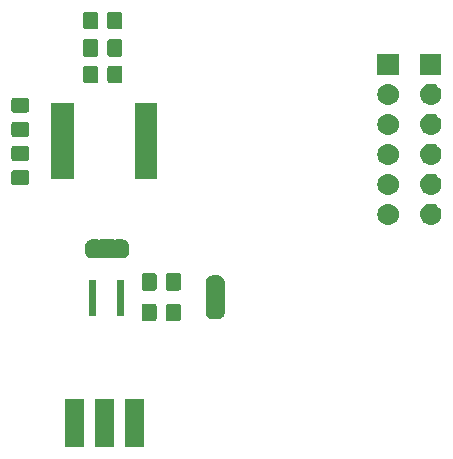
<source format=gts>
G04 #@! TF.GenerationSoftware,KiCad,Pcbnew,(5.1.4)-1*
G04 #@! TF.CreationDate,2019-11-25T22:35:39+01:00*
G04 #@! TF.ProjectId,BME680,424d4536-3830-42e6-9b69-6361645f7063,A*
G04 #@! TF.SameCoordinates,Original*
G04 #@! TF.FileFunction,Soldermask,Top*
G04 #@! TF.FilePolarity,Negative*
%FSLAX46Y46*%
G04 Gerber Fmt 4.6, Leading zero omitted, Abs format (unit mm)*
G04 Created by KiCad (PCBNEW (5.1.4)-1) date 2019-11-25 22:35:39*
%MOMM*%
%LPD*%
G04 APERTURE LIST*
%ADD10C,0.100000*%
G04 APERTURE END LIST*
D10*
G36*
X120773000Y-141219000D02*
G01*
X119147000Y-141219000D01*
X119147000Y-137117000D01*
X120773000Y-137117000D01*
X120773000Y-141219000D01*
X120773000Y-141219000D01*
G37*
G36*
X123313000Y-141219000D02*
G01*
X121687000Y-141219000D01*
X121687000Y-137117000D01*
X123313000Y-137117000D01*
X123313000Y-141219000D01*
X123313000Y-141219000D01*
G37*
G36*
X125853000Y-141219000D02*
G01*
X124227000Y-141219000D01*
X124227000Y-137117000D01*
X125853000Y-137117000D01*
X125853000Y-141219000D01*
X125853000Y-141219000D01*
G37*
G36*
X128763674Y-129043865D02*
G01*
X128801367Y-129055299D01*
X128836103Y-129073866D01*
X128866548Y-129098852D01*
X128891534Y-129129297D01*
X128910101Y-129164033D01*
X128921535Y-129201726D01*
X128926000Y-129247061D01*
X128926000Y-130333739D01*
X128921535Y-130379074D01*
X128910101Y-130416767D01*
X128891534Y-130451503D01*
X128866548Y-130481948D01*
X128836103Y-130506934D01*
X128801367Y-130525501D01*
X128763674Y-130536935D01*
X128718339Y-130541400D01*
X127881661Y-130541400D01*
X127836326Y-130536935D01*
X127798633Y-130525501D01*
X127763897Y-130506934D01*
X127733452Y-130481948D01*
X127708466Y-130451503D01*
X127689899Y-130416767D01*
X127678465Y-130379074D01*
X127674000Y-130333739D01*
X127674000Y-129247061D01*
X127678465Y-129201726D01*
X127689899Y-129164033D01*
X127708466Y-129129297D01*
X127733452Y-129098852D01*
X127763897Y-129073866D01*
X127798633Y-129055299D01*
X127836326Y-129043865D01*
X127881661Y-129039400D01*
X128718339Y-129039400D01*
X128763674Y-129043865D01*
X128763674Y-129043865D01*
G37*
G36*
X126713674Y-129043865D02*
G01*
X126751367Y-129055299D01*
X126786103Y-129073866D01*
X126816548Y-129098852D01*
X126841534Y-129129297D01*
X126860101Y-129164033D01*
X126871535Y-129201726D01*
X126876000Y-129247061D01*
X126876000Y-130333739D01*
X126871535Y-130379074D01*
X126860101Y-130416767D01*
X126841534Y-130451503D01*
X126816548Y-130481948D01*
X126786103Y-130506934D01*
X126751367Y-130525501D01*
X126713674Y-130536935D01*
X126668339Y-130541400D01*
X125831661Y-130541400D01*
X125786326Y-130536935D01*
X125748633Y-130525501D01*
X125713897Y-130506934D01*
X125683452Y-130481948D01*
X125658466Y-130451503D01*
X125639899Y-130416767D01*
X125628465Y-130379074D01*
X125624000Y-130333739D01*
X125624000Y-129247061D01*
X125628465Y-129201726D01*
X125639899Y-129164033D01*
X125658466Y-129129297D01*
X125683452Y-129098852D01*
X125713897Y-129073866D01*
X125748633Y-129055299D01*
X125786326Y-129043865D01*
X125831661Y-129039400D01*
X126668339Y-129039400D01*
X126713674Y-129043865D01*
X126713674Y-129043865D01*
G37*
G36*
X132112199Y-126640354D02*
G01*
X132124450Y-126640956D01*
X132142869Y-126640956D01*
X132165149Y-126643150D01*
X132249233Y-126659876D01*
X132270660Y-126666376D01*
X132349858Y-126699180D01*
X132355303Y-126702091D01*
X132355309Y-126702093D01*
X132364169Y-126706829D01*
X132364173Y-126706832D01*
X132369614Y-126709740D01*
X132440899Y-126757371D01*
X132458204Y-126771572D01*
X132518828Y-126832196D01*
X132533029Y-126849501D01*
X132580660Y-126920786D01*
X132583568Y-126926227D01*
X132583571Y-126926231D01*
X132588307Y-126935091D01*
X132588309Y-126935097D01*
X132591220Y-126940542D01*
X132624024Y-127019740D01*
X132630524Y-127041167D01*
X132647250Y-127125251D01*
X132649444Y-127147531D01*
X132649444Y-127165950D01*
X132650046Y-127178201D01*
X132651852Y-127196539D01*
X132651852Y-127734260D01*
X132650263Y-127750399D01*
X132645855Y-127764928D01*
X132640394Y-127778111D01*
X132635612Y-127802145D01*
X132635611Y-127826649D01*
X132640391Y-127850682D01*
X132649768Y-127873321D01*
X132651000Y-127875165D01*
X132651000Y-129106450D01*
X132644525Y-129118564D01*
X132637412Y-129142013D01*
X132635010Y-129166399D01*
X132637412Y-129190785D01*
X132644525Y-129214234D01*
X132646848Y-129219146D01*
X132650263Y-129230401D01*
X132651852Y-129246540D01*
X132651852Y-129784262D01*
X132650046Y-129802599D01*
X132649444Y-129814850D01*
X132649444Y-129833269D01*
X132647250Y-129855549D01*
X132630524Y-129939633D01*
X132624024Y-129961060D01*
X132591220Y-130040258D01*
X132588309Y-130045703D01*
X132588307Y-130045709D01*
X132583571Y-130054569D01*
X132583568Y-130054573D01*
X132580660Y-130060014D01*
X132533029Y-130131299D01*
X132518828Y-130148604D01*
X132458204Y-130209228D01*
X132440899Y-130223429D01*
X132369614Y-130271060D01*
X132364173Y-130273968D01*
X132364169Y-130273971D01*
X132355309Y-130278707D01*
X132355303Y-130278709D01*
X132349858Y-130281620D01*
X132270660Y-130314424D01*
X132249233Y-130320924D01*
X132165149Y-130337650D01*
X132142869Y-130339844D01*
X132124450Y-130339844D01*
X132112199Y-130340446D01*
X132093862Y-130342252D01*
X131606138Y-130342252D01*
X131587801Y-130340446D01*
X131575550Y-130339844D01*
X131557131Y-130339844D01*
X131534851Y-130337650D01*
X131450767Y-130320924D01*
X131429340Y-130314424D01*
X131350142Y-130281620D01*
X131344697Y-130278709D01*
X131344691Y-130278707D01*
X131335831Y-130273971D01*
X131335827Y-130273968D01*
X131330386Y-130271060D01*
X131259101Y-130223429D01*
X131241796Y-130209228D01*
X131181172Y-130148604D01*
X131166971Y-130131299D01*
X131119340Y-130060014D01*
X131116432Y-130054573D01*
X131116429Y-130054569D01*
X131111693Y-130045709D01*
X131111691Y-130045703D01*
X131108780Y-130040258D01*
X131075976Y-129961060D01*
X131069476Y-129939633D01*
X131052750Y-129855549D01*
X131050556Y-129833269D01*
X131050556Y-129814850D01*
X131049954Y-129802599D01*
X131048148Y-129784262D01*
X131048148Y-129246540D01*
X131049737Y-129230401D01*
X131054145Y-129215872D01*
X131059606Y-129202689D01*
X131064388Y-129178655D01*
X131064389Y-129154151D01*
X131059609Y-129130118D01*
X131050232Y-129107479D01*
X131049000Y-129105635D01*
X131049000Y-127874350D01*
X131055475Y-127862236D01*
X131062588Y-127838787D01*
X131064990Y-127814401D01*
X131062588Y-127790015D01*
X131055475Y-127766566D01*
X131053152Y-127761654D01*
X131049737Y-127750399D01*
X131048148Y-127734260D01*
X131048148Y-127196539D01*
X131049954Y-127178201D01*
X131050556Y-127165950D01*
X131050556Y-127147531D01*
X131052750Y-127125251D01*
X131069476Y-127041167D01*
X131075976Y-127019740D01*
X131108780Y-126940542D01*
X131111691Y-126935097D01*
X131111693Y-126935091D01*
X131116429Y-126926231D01*
X131116432Y-126926227D01*
X131119340Y-126920786D01*
X131166971Y-126849501D01*
X131181172Y-126832196D01*
X131241796Y-126771572D01*
X131259101Y-126757371D01*
X131330386Y-126709740D01*
X131335827Y-126706832D01*
X131335831Y-126706829D01*
X131344691Y-126702093D01*
X131344697Y-126702091D01*
X131350142Y-126699180D01*
X131429340Y-126666376D01*
X131450767Y-126659876D01*
X131534851Y-126643150D01*
X131557131Y-126640956D01*
X131575550Y-126640956D01*
X131587801Y-126640354D01*
X131606139Y-126638548D01*
X132093861Y-126638548D01*
X132112199Y-126640354D01*
X132112199Y-126640354D01*
G37*
G36*
X124151000Y-130079000D02*
G01*
X123549000Y-130079000D01*
X123549000Y-127057000D01*
X124151000Y-127057000D01*
X124151000Y-130079000D01*
X124151000Y-130079000D01*
G37*
G36*
X121751000Y-130079000D02*
G01*
X121149000Y-130079000D01*
X121149000Y-127077000D01*
X121751000Y-127077000D01*
X121751000Y-130079000D01*
X121751000Y-130079000D01*
G37*
G36*
X126713674Y-126445865D02*
G01*
X126751367Y-126457299D01*
X126786103Y-126475866D01*
X126816548Y-126500852D01*
X126841534Y-126531297D01*
X126860101Y-126566033D01*
X126871535Y-126603726D01*
X126876000Y-126649061D01*
X126876000Y-127735739D01*
X126871535Y-127781074D01*
X126860101Y-127818767D01*
X126841534Y-127853503D01*
X126816548Y-127883948D01*
X126786103Y-127908934D01*
X126751367Y-127927501D01*
X126713674Y-127938935D01*
X126668339Y-127943400D01*
X125831661Y-127943400D01*
X125786326Y-127938935D01*
X125748633Y-127927501D01*
X125713897Y-127908934D01*
X125683452Y-127883948D01*
X125658466Y-127853503D01*
X125639899Y-127818767D01*
X125628465Y-127781074D01*
X125624000Y-127735739D01*
X125624000Y-126649061D01*
X125628465Y-126603726D01*
X125639899Y-126566033D01*
X125658466Y-126531297D01*
X125683452Y-126500852D01*
X125713897Y-126475866D01*
X125748633Y-126457299D01*
X125786326Y-126445865D01*
X125831661Y-126441400D01*
X126668339Y-126441400D01*
X126713674Y-126445865D01*
X126713674Y-126445865D01*
G37*
G36*
X128763674Y-126445865D02*
G01*
X128801367Y-126457299D01*
X128836103Y-126475866D01*
X128866548Y-126500852D01*
X128891534Y-126531297D01*
X128910101Y-126566033D01*
X128921535Y-126603726D01*
X128926000Y-126649061D01*
X128926000Y-127735739D01*
X128921535Y-127781074D01*
X128910101Y-127818767D01*
X128891534Y-127853503D01*
X128866548Y-127883948D01*
X128836103Y-127908934D01*
X128801367Y-127927501D01*
X128763674Y-127938935D01*
X128718339Y-127943400D01*
X127881661Y-127943400D01*
X127836326Y-127938935D01*
X127798633Y-127927501D01*
X127763897Y-127908934D01*
X127733452Y-127883948D01*
X127708466Y-127853503D01*
X127689899Y-127818767D01*
X127678465Y-127781074D01*
X127674000Y-127735739D01*
X127674000Y-126649061D01*
X127678465Y-126603726D01*
X127689899Y-126566033D01*
X127708466Y-126531297D01*
X127733452Y-126500852D01*
X127763897Y-126475866D01*
X127798633Y-126457299D01*
X127836326Y-126445865D01*
X127881661Y-126441400D01*
X128718339Y-126441400D01*
X128763674Y-126445865D01*
X128763674Y-126445865D01*
G37*
G36*
X121949999Y-123607737D02*
G01*
X121964528Y-123612145D01*
X121977711Y-123617606D01*
X122001745Y-123622388D01*
X122026249Y-123622389D01*
X122050282Y-123617609D01*
X122072921Y-123608232D01*
X122074765Y-123607000D01*
X123306050Y-123607000D01*
X123318164Y-123613475D01*
X123341613Y-123620588D01*
X123365999Y-123622990D01*
X123390385Y-123620588D01*
X123413834Y-123613475D01*
X123418746Y-123611152D01*
X123430001Y-123607737D01*
X123446140Y-123606148D01*
X123983861Y-123606148D01*
X124002199Y-123607954D01*
X124014450Y-123608556D01*
X124032869Y-123608556D01*
X124055149Y-123610750D01*
X124139233Y-123627476D01*
X124160660Y-123633976D01*
X124239858Y-123666780D01*
X124245303Y-123669691D01*
X124245309Y-123669693D01*
X124254169Y-123674429D01*
X124254173Y-123674432D01*
X124259614Y-123677340D01*
X124330899Y-123724971D01*
X124348204Y-123739172D01*
X124408828Y-123799796D01*
X124423029Y-123817101D01*
X124470660Y-123888386D01*
X124473568Y-123893827D01*
X124473571Y-123893831D01*
X124478307Y-123902691D01*
X124478309Y-123902697D01*
X124481220Y-123908142D01*
X124514024Y-123987340D01*
X124520524Y-124008767D01*
X124537250Y-124092851D01*
X124539444Y-124115131D01*
X124539444Y-124133550D01*
X124540046Y-124145801D01*
X124541852Y-124164139D01*
X124541852Y-124651862D01*
X124540046Y-124670199D01*
X124539444Y-124682450D01*
X124539444Y-124700869D01*
X124537250Y-124723149D01*
X124520524Y-124807233D01*
X124514024Y-124828660D01*
X124481220Y-124907858D01*
X124478309Y-124913303D01*
X124478307Y-124913309D01*
X124473571Y-124922169D01*
X124473568Y-124922173D01*
X124470660Y-124927614D01*
X124423029Y-124998899D01*
X124408828Y-125016204D01*
X124348204Y-125076828D01*
X124330899Y-125091029D01*
X124259614Y-125138660D01*
X124254173Y-125141568D01*
X124254169Y-125141571D01*
X124245309Y-125146307D01*
X124245303Y-125146309D01*
X124239858Y-125149220D01*
X124160660Y-125182024D01*
X124139233Y-125188524D01*
X124055149Y-125205250D01*
X124032869Y-125207444D01*
X124014450Y-125207444D01*
X124002199Y-125208046D01*
X123983862Y-125209852D01*
X123446140Y-125209852D01*
X123430001Y-125208263D01*
X123415472Y-125203855D01*
X123402289Y-125198394D01*
X123378255Y-125193612D01*
X123353751Y-125193611D01*
X123329718Y-125198391D01*
X123307079Y-125207768D01*
X123305235Y-125209000D01*
X122073950Y-125209000D01*
X122061836Y-125202525D01*
X122038387Y-125195412D01*
X122014001Y-125193010D01*
X121989615Y-125195412D01*
X121966166Y-125202525D01*
X121961254Y-125204848D01*
X121949999Y-125208263D01*
X121933860Y-125209852D01*
X121396138Y-125209852D01*
X121377801Y-125208046D01*
X121365550Y-125207444D01*
X121347131Y-125207444D01*
X121324851Y-125205250D01*
X121240767Y-125188524D01*
X121219340Y-125182024D01*
X121140142Y-125149220D01*
X121134697Y-125146309D01*
X121134691Y-125146307D01*
X121125831Y-125141571D01*
X121125827Y-125141568D01*
X121120386Y-125138660D01*
X121049101Y-125091029D01*
X121031796Y-125076828D01*
X120971172Y-125016204D01*
X120956971Y-124998899D01*
X120909340Y-124927614D01*
X120906432Y-124922173D01*
X120906429Y-124922169D01*
X120901693Y-124913309D01*
X120901691Y-124913303D01*
X120898780Y-124907858D01*
X120865976Y-124828660D01*
X120859476Y-124807233D01*
X120842750Y-124723149D01*
X120840556Y-124700869D01*
X120840556Y-124682450D01*
X120839954Y-124670199D01*
X120838148Y-124651862D01*
X120838148Y-124164139D01*
X120839954Y-124145801D01*
X120840556Y-124133550D01*
X120840556Y-124115131D01*
X120842750Y-124092851D01*
X120859476Y-124008767D01*
X120865976Y-123987340D01*
X120898780Y-123908142D01*
X120901691Y-123902697D01*
X120901693Y-123902691D01*
X120906429Y-123893831D01*
X120906432Y-123893827D01*
X120909340Y-123888386D01*
X120956971Y-123817101D01*
X120971172Y-123799796D01*
X121031796Y-123739172D01*
X121049101Y-123724971D01*
X121120386Y-123677340D01*
X121125827Y-123674432D01*
X121125831Y-123674429D01*
X121134691Y-123669693D01*
X121134697Y-123669691D01*
X121140142Y-123666780D01*
X121219340Y-123633976D01*
X121240767Y-123627476D01*
X121324851Y-123610750D01*
X121347131Y-123608556D01*
X121365550Y-123608556D01*
X121377801Y-123607954D01*
X121396139Y-123606148D01*
X121933860Y-123606148D01*
X121949999Y-123607737D01*
X121949999Y-123607737D01*
G37*
G36*
X146590442Y-120593518D02*
G01*
X146656627Y-120600037D01*
X146826466Y-120651557D01*
X146982991Y-120735222D01*
X147018729Y-120764552D01*
X147120186Y-120847814D01*
X147203448Y-120949271D01*
X147232778Y-120985009D01*
X147316443Y-121141534D01*
X147367963Y-121311373D01*
X147385359Y-121488000D01*
X147367963Y-121664627D01*
X147316443Y-121834466D01*
X147232778Y-121990991D01*
X147203448Y-122026729D01*
X147120186Y-122128186D01*
X147018729Y-122211448D01*
X146982991Y-122240778D01*
X146826466Y-122324443D01*
X146656627Y-122375963D01*
X146590442Y-122382482D01*
X146524260Y-122389000D01*
X146435740Y-122389000D01*
X146369558Y-122382482D01*
X146303373Y-122375963D01*
X146133534Y-122324443D01*
X145977009Y-122240778D01*
X145941271Y-122211448D01*
X145839814Y-122128186D01*
X145756552Y-122026729D01*
X145727222Y-121990991D01*
X145643557Y-121834466D01*
X145592037Y-121664627D01*
X145574641Y-121488000D01*
X145592037Y-121311373D01*
X145643557Y-121141534D01*
X145727222Y-120985009D01*
X145756552Y-120949271D01*
X145839814Y-120847814D01*
X145941271Y-120764552D01*
X145977009Y-120735222D01*
X146133534Y-120651557D01*
X146303373Y-120600037D01*
X146369558Y-120593518D01*
X146435740Y-120587000D01*
X146524260Y-120587000D01*
X146590442Y-120593518D01*
X146590442Y-120593518D01*
G37*
G36*
X150210442Y-120575118D02*
G01*
X150276627Y-120581637D01*
X150446466Y-120633157D01*
X150602991Y-120716822D01*
X150625410Y-120735221D01*
X150740186Y-120829414D01*
X150823448Y-120930871D01*
X150852778Y-120966609D01*
X150936443Y-121123134D01*
X150987963Y-121292973D01*
X151005359Y-121469600D01*
X150987963Y-121646227D01*
X150936443Y-121816066D01*
X150852778Y-121972591D01*
X150837679Y-121990989D01*
X150740186Y-122109786D01*
X150638729Y-122193048D01*
X150602991Y-122222378D01*
X150446466Y-122306043D01*
X150276627Y-122357563D01*
X150210442Y-122364082D01*
X150144260Y-122370600D01*
X150055740Y-122370600D01*
X149989558Y-122364082D01*
X149923373Y-122357563D01*
X149753534Y-122306043D01*
X149597009Y-122222378D01*
X149561271Y-122193048D01*
X149459814Y-122109786D01*
X149362321Y-121990989D01*
X149347222Y-121972591D01*
X149263557Y-121816066D01*
X149212037Y-121646227D01*
X149194641Y-121469600D01*
X149212037Y-121292973D01*
X149263557Y-121123134D01*
X149347222Y-120966609D01*
X149376552Y-120930871D01*
X149459814Y-120829414D01*
X149574590Y-120735221D01*
X149597009Y-120716822D01*
X149753534Y-120633157D01*
X149923373Y-120581637D01*
X149989558Y-120575118D01*
X150055740Y-120568600D01*
X150144260Y-120568600D01*
X150210442Y-120575118D01*
X150210442Y-120575118D01*
G37*
G36*
X146590443Y-118053519D02*
G01*
X146656627Y-118060037D01*
X146826466Y-118111557D01*
X146982991Y-118195222D01*
X147018729Y-118224552D01*
X147120186Y-118307814D01*
X147203448Y-118409271D01*
X147232778Y-118445009D01*
X147316443Y-118601534D01*
X147367963Y-118771373D01*
X147385359Y-118948000D01*
X147367963Y-119124627D01*
X147316443Y-119294466D01*
X147232778Y-119450991D01*
X147203448Y-119486729D01*
X147120186Y-119588186D01*
X147018729Y-119671448D01*
X146982991Y-119700778D01*
X146826466Y-119784443D01*
X146656627Y-119835963D01*
X146590442Y-119842482D01*
X146524260Y-119849000D01*
X146435740Y-119849000D01*
X146369558Y-119842482D01*
X146303373Y-119835963D01*
X146133534Y-119784443D01*
X145977009Y-119700778D01*
X145941271Y-119671448D01*
X145839814Y-119588186D01*
X145756552Y-119486729D01*
X145727222Y-119450991D01*
X145643557Y-119294466D01*
X145592037Y-119124627D01*
X145574641Y-118948000D01*
X145592037Y-118771373D01*
X145643557Y-118601534D01*
X145727222Y-118445009D01*
X145756552Y-118409271D01*
X145839814Y-118307814D01*
X145941271Y-118224552D01*
X145977009Y-118195222D01*
X146133534Y-118111557D01*
X146303373Y-118060037D01*
X146369557Y-118053519D01*
X146435740Y-118047000D01*
X146524260Y-118047000D01*
X146590443Y-118053519D01*
X146590443Y-118053519D01*
G37*
G36*
X150210443Y-118035119D02*
G01*
X150276627Y-118041637D01*
X150446466Y-118093157D01*
X150602991Y-118176822D01*
X150625410Y-118195221D01*
X150740186Y-118289414D01*
X150823448Y-118390871D01*
X150852778Y-118426609D01*
X150936443Y-118583134D01*
X150987963Y-118752973D01*
X151005359Y-118929600D01*
X150987963Y-119106227D01*
X150936443Y-119276066D01*
X150852778Y-119432591D01*
X150837679Y-119450989D01*
X150740186Y-119569786D01*
X150638729Y-119653048D01*
X150602991Y-119682378D01*
X150446466Y-119766043D01*
X150276627Y-119817563D01*
X150210442Y-119824082D01*
X150144260Y-119830600D01*
X150055740Y-119830600D01*
X149989558Y-119824082D01*
X149923373Y-119817563D01*
X149753534Y-119766043D01*
X149597009Y-119682378D01*
X149561271Y-119653048D01*
X149459814Y-119569786D01*
X149362321Y-119450989D01*
X149347222Y-119432591D01*
X149263557Y-119276066D01*
X149212037Y-119106227D01*
X149194641Y-118929600D01*
X149212037Y-118752973D01*
X149263557Y-118583134D01*
X149347222Y-118426609D01*
X149376552Y-118390871D01*
X149459814Y-118289414D01*
X149574590Y-118195221D01*
X149597009Y-118176822D01*
X149753534Y-118093157D01*
X149923373Y-118041637D01*
X149989557Y-118035119D01*
X150055740Y-118028600D01*
X150144260Y-118028600D01*
X150210443Y-118035119D01*
X150210443Y-118035119D01*
G37*
G36*
X115928674Y-117746465D02*
G01*
X115966367Y-117757899D01*
X116001103Y-117776466D01*
X116031548Y-117801452D01*
X116056534Y-117831897D01*
X116075101Y-117866633D01*
X116086535Y-117904326D01*
X116091000Y-117949661D01*
X116091000Y-118786339D01*
X116086535Y-118831674D01*
X116075101Y-118869367D01*
X116056534Y-118904103D01*
X116031548Y-118934548D01*
X116001103Y-118959534D01*
X115966367Y-118978101D01*
X115928674Y-118989535D01*
X115883339Y-118994000D01*
X114796661Y-118994000D01*
X114751326Y-118989535D01*
X114713633Y-118978101D01*
X114678897Y-118959534D01*
X114648452Y-118934548D01*
X114623466Y-118904103D01*
X114604899Y-118869367D01*
X114593465Y-118831674D01*
X114589000Y-118786339D01*
X114589000Y-117949661D01*
X114593465Y-117904326D01*
X114604899Y-117866633D01*
X114623466Y-117831897D01*
X114648452Y-117801452D01*
X114678897Y-117776466D01*
X114713633Y-117757899D01*
X114751326Y-117746465D01*
X114796661Y-117742000D01*
X115883339Y-117742000D01*
X115928674Y-117746465D01*
X115928674Y-117746465D01*
G37*
G36*
X126951000Y-118488000D02*
G01*
X125049000Y-118488000D01*
X125049000Y-112086000D01*
X126951000Y-112086000D01*
X126951000Y-118488000D01*
X126951000Y-118488000D01*
G37*
G36*
X119851000Y-118488000D02*
G01*
X117949000Y-118488000D01*
X117949000Y-112086000D01*
X119851000Y-112086000D01*
X119851000Y-118488000D01*
X119851000Y-118488000D01*
G37*
G36*
X146590442Y-115513518D02*
G01*
X146656627Y-115520037D01*
X146826466Y-115571557D01*
X146982991Y-115655222D01*
X147018729Y-115684552D01*
X147120186Y-115767814D01*
X147195854Y-115860017D01*
X147232778Y-115905009D01*
X147316443Y-116061534D01*
X147367963Y-116231373D01*
X147385359Y-116408000D01*
X147367963Y-116584627D01*
X147316443Y-116754466D01*
X147232778Y-116910991D01*
X147222691Y-116923282D01*
X147120186Y-117048186D01*
X147018729Y-117131448D01*
X146982991Y-117160778D01*
X146826466Y-117244443D01*
X146656627Y-117295963D01*
X146590443Y-117302481D01*
X146524260Y-117309000D01*
X146435740Y-117309000D01*
X146369557Y-117302481D01*
X146303373Y-117295963D01*
X146133534Y-117244443D01*
X145977009Y-117160778D01*
X145941271Y-117131448D01*
X145839814Y-117048186D01*
X145737309Y-116923282D01*
X145727222Y-116910991D01*
X145643557Y-116754466D01*
X145592037Y-116584627D01*
X145574641Y-116408000D01*
X145592037Y-116231373D01*
X145643557Y-116061534D01*
X145727222Y-115905009D01*
X145764146Y-115860017D01*
X145839814Y-115767814D01*
X145941271Y-115684552D01*
X145977009Y-115655222D01*
X146133534Y-115571557D01*
X146303373Y-115520037D01*
X146369558Y-115513518D01*
X146435740Y-115507000D01*
X146524260Y-115507000D01*
X146590442Y-115513518D01*
X146590442Y-115513518D01*
G37*
G36*
X150210443Y-115495119D02*
G01*
X150276627Y-115501637D01*
X150446466Y-115553157D01*
X150602991Y-115636822D01*
X150625410Y-115655221D01*
X150740186Y-115749414D01*
X150795350Y-115816633D01*
X150852778Y-115886609D01*
X150936443Y-116043134D01*
X150987963Y-116212973D01*
X151005359Y-116389600D01*
X150987963Y-116566227D01*
X150936443Y-116736066D01*
X150852778Y-116892591D01*
X150848231Y-116898131D01*
X150740186Y-117029786D01*
X150638729Y-117113048D01*
X150602991Y-117142378D01*
X150446466Y-117226043D01*
X150276627Y-117277563D01*
X150210443Y-117284081D01*
X150144260Y-117290600D01*
X150055740Y-117290600D01*
X149989557Y-117284081D01*
X149923373Y-117277563D01*
X149753534Y-117226043D01*
X149597009Y-117142378D01*
X149561271Y-117113048D01*
X149459814Y-117029786D01*
X149351769Y-116898131D01*
X149347222Y-116892591D01*
X149263557Y-116736066D01*
X149212037Y-116566227D01*
X149194641Y-116389600D01*
X149212037Y-116212973D01*
X149263557Y-116043134D01*
X149347222Y-115886609D01*
X149404650Y-115816633D01*
X149459814Y-115749414D01*
X149574590Y-115655221D01*
X149597009Y-115636822D01*
X149753534Y-115553157D01*
X149923373Y-115501637D01*
X149989557Y-115495119D01*
X150055740Y-115488600D01*
X150144260Y-115488600D01*
X150210443Y-115495119D01*
X150210443Y-115495119D01*
G37*
G36*
X115928674Y-115696465D02*
G01*
X115966367Y-115707899D01*
X116001103Y-115726466D01*
X116031548Y-115751452D01*
X116056534Y-115781897D01*
X116075101Y-115816633D01*
X116086535Y-115854326D01*
X116091000Y-115899661D01*
X116091000Y-116736339D01*
X116086535Y-116781674D01*
X116075101Y-116819367D01*
X116056534Y-116854103D01*
X116031548Y-116884548D01*
X116001103Y-116909534D01*
X115966367Y-116928101D01*
X115928674Y-116939535D01*
X115883339Y-116944000D01*
X114796661Y-116944000D01*
X114751326Y-116939535D01*
X114713633Y-116928101D01*
X114678897Y-116909534D01*
X114648452Y-116884548D01*
X114623466Y-116854103D01*
X114604899Y-116819367D01*
X114593465Y-116781674D01*
X114589000Y-116736339D01*
X114589000Y-115899661D01*
X114593465Y-115854326D01*
X114604899Y-115816633D01*
X114623466Y-115781897D01*
X114648452Y-115751452D01*
X114678897Y-115726466D01*
X114713633Y-115707899D01*
X114751326Y-115696465D01*
X114796661Y-115692000D01*
X115883339Y-115692000D01*
X115928674Y-115696465D01*
X115928674Y-115696465D01*
G37*
G36*
X115928674Y-113662065D02*
G01*
X115966367Y-113673499D01*
X116001103Y-113692066D01*
X116031548Y-113717052D01*
X116056534Y-113747497D01*
X116075101Y-113782233D01*
X116086535Y-113819926D01*
X116091000Y-113865261D01*
X116091000Y-114701939D01*
X116086535Y-114747274D01*
X116075101Y-114784967D01*
X116056534Y-114819703D01*
X116031548Y-114850148D01*
X116001103Y-114875134D01*
X115966367Y-114893701D01*
X115928674Y-114905135D01*
X115883339Y-114909600D01*
X114796661Y-114909600D01*
X114751326Y-114905135D01*
X114713633Y-114893701D01*
X114678897Y-114875134D01*
X114648452Y-114850148D01*
X114623466Y-114819703D01*
X114604899Y-114784967D01*
X114593465Y-114747274D01*
X114589000Y-114701939D01*
X114589000Y-113865261D01*
X114593465Y-113819926D01*
X114604899Y-113782233D01*
X114623466Y-113747497D01*
X114648452Y-113717052D01*
X114678897Y-113692066D01*
X114713633Y-113673499D01*
X114751326Y-113662065D01*
X114796661Y-113657600D01*
X115883339Y-113657600D01*
X115928674Y-113662065D01*
X115928674Y-113662065D01*
G37*
G36*
X146590442Y-112973518D02*
G01*
X146656627Y-112980037D01*
X146826466Y-113031557D01*
X146982991Y-113115222D01*
X147018729Y-113144552D01*
X147120186Y-113227814D01*
X147203448Y-113329271D01*
X147232778Y-113365009D01*
X147316443Y-113521534D01*
X147367963Y-113691373D01*
X147385359Y-113868000D01*
X147367963Y-114044627D01*
X147316443Y-114214466D01*
X147232778Y-114370991D01*
X147203448Y-114406729D01*
X147120186Y-114508186D01*
X147022931Y-114588000D01*
X146982991Y-114620778D01*
X146826466Y-114704443D01*
X146656627Y-114755963D01*
X146590442Y-114762482D01*
X146524260Y-114769000D01*
X146435740Y-114769000D01*
X146369558Y-114762482D01*
X146303373Y-114755963D01*
X146133534Y-114704443D01*
X145977009Y-114620778D01*
X145937069Y-114588000D01*
X145839814Y-114508186D01*
X145756552Y-114406729D01*
X145727222Y-114370991D01*
X145643557Y-114214466D01*
X145592037Y-114044627D01*
X145574641Y-113868000D01*
X145592037Y-113691373D01*
X145643557Y-113521534D01*
X145727222Y-113365009D01*
X145756552Y-113329271D01*
X145839814Y-113227814D01*
X145941271Y-113144552D01*
X145977009Y-113115222D01*
X146133534Y-113031557D01*
X146303373Y-112980037D01*
X146369558Y-112973518D01*
X146435740Y-112967000D01*
X146524260Y-112967000D01*
X146590442Y-112973518D01*
X146590442Y-112973518D01*
G37*
G36*
X150210443Y-112955119D02*
G01*
X150276627Y-112961637D01*
X150446466Y-113013157D01*
X150602991Y-113096822D01*
X150625410Y-113115221D01*
X150740186Y-113209414D01*
X150823448Y-113310871D01*
X150852778Y-113346609D01*
X150936443Y-113503134D01*
X150987963Y-113672973D01*
X151005359Y-113849600D01*
X150987963Y-114026227D01*
X150936443Y-114196066D01*
X150852778Y-114352591D01*
X150837679Y-114370989D01*
X150740186Y-114489786D01*
X150638729Y-114573048D01*
X150602991Y-114602378D01*
X150602989Y-114602379D01*
X150446547Y-114686000D01*
X150446466Y-114686043D01*
X150276627Y-114737563D01*
X150210443Y-114744081D01*
X150144260Y-114750600D01*
X150055740Y-114750600D01*
X149989557Y-114744081D01*
X149923373Y-114737563D01*
X149753534Y-114686043D01*
X149753454Y-114686000D01*
X149597011Y-114602379D01*
X149597009Y-114602378D01*
X149561271Y-114573048D01*
X149459814Y-114489786D01*
X149362321Y-114370989D01*
X149347222Y-114352591D01*
X149263557Y-114196066D01*
X149212037Y-114026227D01*
X149194641Y-113849600D01*
X149212037Y-113672973D01*
X149263557Y-113503134D01*
X149347222Y-113346609D01*
X149376552Y-113310871D01*
X149459814Y-113209414D01*
X149574590Y-113115221D01*
X149597009Y-113096822D01*
X149753534Y-113013157D01*
X149923373Y-112961637D01*
X149989557Y-112955119D01*
X150055740Y-112948600D01*
X150144260Y-112948600D01*
X150210443Y-112955119D01*
X150210443Y-112955119D01*
G37*
G36*
X115928674Y-111612065D02*
G01*
X115966367Y-111623499D01*
X116001103Y-111642066D01*
X116031548Y-111667052D01*
X116056534Y-111697497D01*
X116075101Y-111732233D01*
X116086535Y-111769926D01*
X116091000Y-111815261D01*
X116091000Y-112651939D01*
X116086535Y-112697274D01*
X116075101Y-112734967D01*
X116056534Y-112769703D01*
X116031548Y-112800148D01*
X116001103Y-112825134D01*
X115966367Y-112843701D01*
X115928674Y-112855135D01*
X115883339Y-112859600D01*
X114796661Y-112859600D01*
X114751326Y-112855135D01*
X114713633Y-112843701D01*
X114678897Y-112825134D01*
X114648452Y-112800148D01*
X114623466Y-112769703D01*
X114604899Y-112734967D01*
X114593465Y-112697274D01*
X114589000Y-112651939D01*
X114589000Y-111815261D01*
X114593465Y-111769926D01*
X114604899Y-111732233D01*
X114623466Y-111697497D01*
X114648452Y-111667052D01*
X114678897Y-111642066D01*
X114713633Y-111623499D01*
X114751326Y-111612065D01*
X114796661Y-111607600D01*
X115883339Y-111607600D01*
X115928674Y-111612065D01*
X115928674Y-111612065D01*
G37*
G36*
X146590443Y-110433519D02*
G01*
X146656627Y-110440037D01*
X146826466Y-110491557D01*
X146982991Y-110575222D01*
X147018729Y-110604552D01*
X147120186Y-110687814D01*
X147203448Y-110789271D01*
X147232778Y-110825009D01*
X147316443Y-110981534D01*
X147367963Y-111151373D01*
X147385359Y-111328000D01*
X147367963Y-111504627D01*
X147316443Y-111674466D01*
X147232778Y-111830991D01*
X147203448Y-111866729D01*
X147120186Y-111968186D01*
X147018729Y-112051448D01*
X146982991Y-112080778D01*
X146826466Y-112164443D01*
X146656627Y-112215963D01*
X146590443Y-112222481D01*
X146524260Y-112229000D01*
X146435740Y-112229000D01*
X146369557Y-112222481D01*
X146303373Y-112215963D01*
X146133534Y-112164443D01*
X145977009Y-112080778D01*
X145941271Y-112051448D01*
X145839814Y-111968186D01*
X145756552Y-111866729D01*
X145727222Y-111830991D01*
X145643557Y-111674466D01*
X145592037Y-111504627D01*
X145574641Y-111328000D01*
X145592037Y-111151373D01*
X145643557Y-110981534D01*
X145727222Y-110825009D01*
X145756552Y-110789271D01*
X145839814Y-110687814D01*
X145941271Y-110604552D01*
X145977009Y-110575222D01*
X146133534Y-110491557D01*
X146303373Y-110440037D01*
X146369557Y-110433519D01*
X146435740Y-110427000D01*
X146524260Y-110427000D01*
X146590443Y-110433519D01*
X146590443Y-110433519D01*
G37*
G36*
X150210443Y-110415119D02*
G01*
X150276627Y-110421637D01*
X150446466Y-110473157D01*
X150602991Y-110556822D01*
X150625410Y-110575221D01*
X150740186Y-110669414D01*
X150823448Y-110770871D01*
X150852778Y-110806609D01*
X150936443Y-110963134D01*
X150987963Y-111132973D01*
X151005359Y-111309600D01*
X150987963Y-111486227D01*
X150936443Y-111656066D01*
X150936442Y-111656068D01*
X150897693Y-111728562D01*
X150852778Y-111812591D01*
X150841219Y-111826675D01*
X150740186Y-111949786D01*
X150638729Y-112033048D01*
X150602991Y-112062378D01*
X150446466Y-112146043D01*
X150276627Y-112197563D01*
X150210443Y-112204081D01*
X150144260Y-112210600D01*
X150055740Y-112210600D01*
X149989557Y-112204081D01*
X149923373Y-112197563D01*
X149753534Y-112146043D01*
X149597009Y-112062378D01*
X149561271Y-112033048D01*
X149459814Y-111949786D01*
X149358781Y-111826675D01*
X149347222Y-111812591D01*
X149302307Y-111728562D01*
X149263558Y-111656068D01*
X149263557Y-111656066D01*
X149212037Y-111486227D01*
X149194641Y-111309600D01*
X149212037Y-111132973D01*
X149263557Y-110963134D01*
X149347222Y-110806609D01*
X149376552Y-110770871D01*
X149459814Y-110669414D01*
X149574590Y-110575221D01*
X149597009Y-110556822D01*
X149753534Y-110473157D01*
X149923373Y-110421637D01*
X149989557Y-110415119D01*
X150055740Y-110408600D01*
X150144260Y-110408600D01*
X150210443Y-110415119D01*
X150210443Y-110415119D01*
G37*
G36*
X123813674Y-108889065D02*
G01*
X123851367Y-108900499D01*
X123886103Y-108919066D01*
X123916548Y-108944052D01*
X123941534Y-108974497D01*
X123960101Y-109009233D01*
X123971535Y-109046926D01*
X123976000Y-109092261D01*
X123976000Y-110178939D01*
X123971535Y-110224274D01*
X123960101Y-110261967D01*
X123941534Y-110296703D01*
X123916548Y-110327148D01*
X123886103Y-110352134D01*
X123851367Y-110370701D01*
X123813674Y-110382135D01*
X123768339Y-110386600D01*
X122931661Y-110386600D01*
X122886326Y-110382135D01*
X122848633Y-110370701D01*
X122813897Y-110352134D01*
X122783452Y-110327148D01*
X122758466Y-110296703D01*
X122739899Y-110261967D01*
X122728465Y-110224274D01*
X122724000Y-110178939D01*
X122724000Y-109092261D01*
X122728465Y-109046926D01*
X122739899Y-109009233D01*
X122758466Y-108974497D01*
X122783452Y-108944052D01*
X122813897Y-108919066D01*
X122848633Y-108900499D01*
X122886326Y-108889065D01*
X122931661Y-108884600D01*
X123768339Y-108884600D01*
X123813674Y-108889065D01*
X123813674Y-108889065D01*
G37*
G36*
X121763674Y-108889065D02*
G01*
X121801367Y-108900499D01*
X121836103Y-108919066D01*
X121866548Y-108944052D01*
X121891534Y-108974497D01*
X121910101Y-109009233D01*
X121921535Y-109046926D01*
X121926000Y-109092261D01*
X121926000Y-110178939D01*
X121921535Y-110224274D01*
X121910101Y-110261967D01*
X121891534Y-110296703D01*
X121866548Y-110327148D01*
X121836103Y-110352134D01*
X121801367Y-110370701D01*
X121763674Y-110382135D01*
X121718339Y-110386600D01*
X120881661Y-110386600D01*
X120836326Y-110382135D01*
X120798633Y-110370701D01*
X120763897Y-110352134D01*
X120733452Y-110327148D01*
X120708466Y-110296703D01*
X120689899Y-110261967D01*
X120678465Y-110224274D01*
X120674000Y-110178939D01*
X120674000Y-109092261D01*
X120678465Y-109046926D01*
X120689899Y-109009233D01*
X120708466Y-108974497D01*
X120733452Y-108944052D01*
X120763897Y-108919066D01*
X120798633Y-108900499D01*
X120836326Y-108889065D01*
X120881661Y-108884600D01*
X121718339Y-108884600D01*
X121763674Y-108889065D01*
X121763674Y-108889065D01*
G37*
G36*
X147381000Y-109689000D02*
G01*
X145579000Y-109689000D01*
X145579000Y-107887000D01*
X147381000Y-107887000D01*
X147381000Y-109689000D01*
X147381000Y-109689000D01*
G37*
G36*
X151001000Y-109670600D02*
G01*
X149199000Y-109670600D01*
X149199000Y-107868600D01*
X151001000Y-107868600D01*
X151001000Y-109670600D01*
X151001000Y-109670600D01*
G37*
G36*
X121763674Y-106637465D02*
G01*
X121801367Y-106648899D01*
X121836103Y-106667466D01*
X121866548Y-106692452D01*
X121891534Y-106722897D01*
X121910101Y-106757633D01*
X121921535Y-106795326D01*
X121926000Y-106840661D01*
X121926000Y-107927339D01*
X121921535Y-107972674D01*
X121910101Y-108010367D01*
X121891534Y-108045103D01*
X121866548Y-108075548D01*
X121836103Y-108100534D01*
X121801367Y-108119101D01*
X121763674Y-108130535D01*
X121718339Y-108135000D01*
X120881661Y-108135000D01*
X120836326Y-108130535D01*
X120798633Y-108119101D01*
X120763897Y-108100534D01*
X120733452Y-108075548D01*
X120708466Y-108045103D01*
X120689899Y-108010367D01*
X120678465Y-107972674D01*
X120674000Y-107927339D01*
X120674000Y-106840661D01*
X120678465Y-106795326D01*
X120689899Y-106757633D01*
X120708466Y-106722897D01*
X120733452Y-106692452D01*
X120763897Y-106667466D01*
X120798633Y-106648899D01*
X120836326Y-106637465D01*
X120881661Y-106633000D01*
X121718339Y-106633000D01*
X121763674Y-106637465D01*
X121763674Y-106637465D01*
G37*
G36*
X123813674Y-106637465D02*
G01*
X123851367Y-106648899D01*
X123886103Y-106667466D01*
X123916548Y-106692452D01*
X123941534Y-106722897D01*
X123960101Y-106757633D01*
X123971535Y-106795326D01*
X123976000Y-106840661D01*
X123976000Y-107927339D01*
X123971535Y-107972674D01*
X123960101Y-108010367D01*
X123941534Y-108045103D01*
X123916548Y-108075548D01*
X123886103Y-108100534D01*
X123851367Y-108119101D01*
X123813674Y-108130535D01*
X123768339Y-108135000D01*
X122931661Y-108135000D01*
X122886326Y-108130535D01*
X122848633Y-108119101D01*
X122813897Y-108100534D01*
X122783452Y-108075548D01*
X122758466Y-108045103D01*
X122739899Y-108010367D01*
X122728465Y-107972674D01*
X122724000Y-107927339D01*
X122724000Y-106840661D01*
X122728465Y-106795326D01*
X122739899Y-106757633D01*
X122758466Y-106722897D01*
X122783452Y-106692452D01*
X122813897Y-106667466D01*
X122848633Y-106648899D01*
X122886326Y-106637465D01*
X122931661Y-106633000D01*
X123768339Y-106633000D01*
X123813674Y-106637465D01*
X123813674Y-106637465D01*
G37*
G36*
X121758674Y-104311465D02*
G01*
X121796367Y-104322899D01*
X121831103Y-104341466D01*
X121861548Y-104366452D01*
X121886534Y-104396897D01*
X121905101Y-104431633D01*
X121916535Y-104469326D01*
X121921000Y-104514661D01*
X121921000Y-105601339D01*
X121916535Y-105646674D01*
X121905101Y-105684367D01*
X121886534Y-105719103D01*
X121861548Y-105749548D01*
X121831103Y-105774534D01*
X121796367Y-105793101D01*
X121758674Y-105804535D01*
X121713339Y-105809000D01*
X120876661Y-105809000D01*
X120831326Y-105804535D01*
X120793633Y-105793101D01*
X120758897Y-105774534D01*
X120728452Y-105749548D01*
X120703466Y-105719103D01*
X120684899Y-105684367D01*
X120673465Y-105646674D01*
X120669000Y-105601339D01*
X120669000Y-104514661D01*
X120673465Y-104469326D01*
X120684899Y-104431633D01*
X120703466Y-104396897D01*
X120728452Y-104366452D01*
X120758897Y-104341466D01*
X120793633Y-104322899D01*
X120831326Y-104311465D01*
X120876661Y-104307000D01*
X121713339Y-104307000D01*
X121758674Y-104311465D01*
X121758674Y-104311465D01*
G37*
G36*
X123808674Y-104311465D02*
G01*
X123846367Y-104322899D01*
X123881103Y-104341466D01*
X123911548Y-104366452D01*
X123936534Y-104396897D01*
X123955101Y-104431633D01*
X123966535Y-104469326D01*
X123971000Y-104514661D01*
X123971000Y-105601339D01*
X123966535Y-105646674D01*
X123955101Y-105684367D01*
X123936534Y-105719103D01*
X123911548Y-105749548D01*
X123881103Y-105774534D01*
X123846367Y-105793101D01*
X123808674Y-105804535D01*
X123763339Y-105809000D01*
X122926661Y-105809000D01*
X122881326Y-105804535D01*
X122843633Y-105793101D01*
X122808897Y-105774534D01*
X122778452Y-105749548D01*
X122753466Y-105719103D01*
X122734899Y-105684367D01*
X122723465Y-105646674D01*
X122719000Y-105601339D01*
X122719000Y-104514661D01*
X122723465Y-104469326D01*
X122734899Y-104431633D01*
X122753466Y-104396897D01*
X122778452Y-104366452D01*
X122808897Y-104341466D01*
X122843633Y-104322899D01*
X122881326Y-104311465D01*
X122926661Y-104307000D01*
X123763339Y-104307000D01*
X123808674Y-104311465D01*
X123808674Y-104311465D01*
G37*
M02*

</source>
